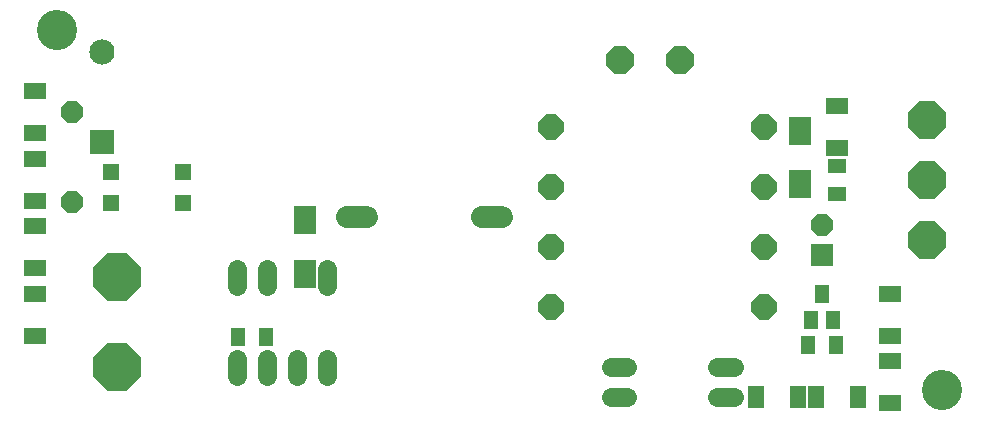
<source format=gbr>
G04 EAGLE Gerber X2 export*
%TF.Part,Single*%
%TF.FileFunction,Soldermask,Bot,1*%
%TF.FilePolarity,Negative*%
%TF.GenerationSoftware,Autodesk,EAGLE,8.6.0*%
%TF.CreationDate,2018-01-30T03:25:42Z*%
G75*
%MOMM*%
%FSLAX34Y34*%
%LPD*%
%AMOC8*
5,1,8,0,0,1.08239X$1,22.5*%
G01*
%ADD10C,3.403200*%
%ADD11R,1.403200X1.403200*%
%ADD12R,2.133600X2.133600*%
%ADD13C,2.133600*%
%ADD14R,1.253200X1.503200*%
%ADD15P,2.584314X8X22.500000*%
%ADD16R,1.503200X1.253200*%
%ADD17R,1.879600X1.879600*%
%ADD18P,2.034460X8X292.500000*%
%ADD19R,1.903200X2.403200*%
%ADD20C,1.879600*%
%ADD21C,1.611200*%
%ADD22P,2.034460X8X22.500000*%
%ADD23R,1.903200X1.453200*%
%ADD24R,1.453200X1.903200*%
%ADD25P,2.309387X8X22.500000*%
%ADD26R,1.203200X1.603200*%
%ADD27P,4.343848X8X112.500000*%
%ADD28P,3.467112X8X112.500000*%


D10*
X787400Y31750D03*
X38100Y336550D03*
D11*
X144800Y190200D03*
X144800Y216200D03*
X83800Y216200D03*
X83800Y190200D03*
D12*
X76200Y241300D03*
D13*
X76200Y317500D03*
D14*
X191450Y76200D03*
X214950Y76200D03*
D15*
X514350Y311150D03*
X565150Y311150D03*
D16*
X698500Y197800D03*
X698500Y221300D03*
D17*
X685800Y146050D03*
D18*
X685800Y171450D03*
D14*
X697550Y69850D03*
X674050Y69850D03*
D19*
X247650Y175250D03*
X247650Y129900D03*
D20*
X283718Y177800D02*
X300482Y177800D01*
X398018Y177800D02*
X414782Y177800D01*
D19*
X666750Y205750D03*
X666750Y251100D03*
D21*
X190500Y57840D02*
X190500Y43760D01*
X215900Y43760D02*
X215900Y57840D01*
X241300Y57840D02*
X241300Y43760D01*
X266700Y43760D02*
X266700Y57840D01*
X266700Y119960D02*
X266700Y134040D01*
X215900Y134040D02*
X215900Y119960D01*
X190500Y119960D02*
X190500Y134040D01*
X596900Y25400D02*
X610980Y25400D01*
X610980Y50800D02*
X596900Y50800D01*
X520700Y50800D02*
X506620Y50800D01*
X506620Y25400D02*
X520700Y25400D01*
D22*
X50800Y266700D03*
X50800Y190500D03*
D23*
X742950Y113000D03*
X742950Y77500D03*
X19050Y113000D03*
X19050Y77500D03*
X19050Y170150D03*
X19050Y134650D03*
X19050Y284450D03*
X19050Y248950D03*
X19050Y227300D03*
X19050Y191800D03*
X698500Y236250D03*
X698500Y271750D03*
D24*
X680750Y25400D03*
X716250Y25400D03*
X629950Y25400D03*
X665450Y25400D03*
D23*
X742950Y55850D03*
X742950Y20350D03*
D25*
X456100Y101600D03*
X456100Y152400D03*
X456100Y203200D03*
X456100Y254000D03*
X636100Y254000D03*
X636100Y203200D03*
X636100Y152400D03*
X636100Y101600D03*
D26*
X685800Y112600D03*
X676300Y90600D03*
X695300Y90600D03*
D27*
X88900Y50800D03*
X88900Y127000D03*
D28*
X774700Y158750D03*
X774700Y209550D03*
X774700Y260350D03*
M02*

</source>
